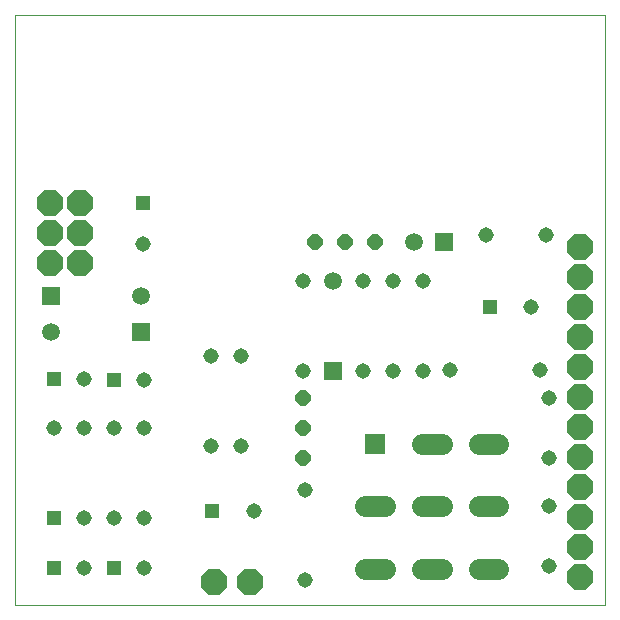
<source format=gts>
G75*
G70*
%OFA0B0*%
%FSLAX24Y24*%
%IPPOS*%
%LPD*%
%AMOC8*
5,1,8,0,0,1.08239X$1,22.5*
%
%ADD10C,0.0000*%
%ADD11C,0.0690*%
%ADD12R,0.0690X0.0690*%
%ADD13OC8,0.0890*%
%ADD14C,0.0594*%
%ADD15R,0.0594X0.0594*%
%ADD16C,0.0516*%
%ADD17R,0.0516X0.0516*%
%ADD18OC8,0.0516*%
D10*
X000148Y000683D02*
X000148Y020368D01*
X019833Y020368D01*
X019833Y000683D01*
X000148Y000683D01*
D11*
X011838Y001897D02*
X012488Y001897D01*
X013728Y001897D02*
X014378Y001897D01*
X015618Y001897D02*
X016267Y001897D01*
X016267Y003983D02*
X015618Y003983D01*
X014378Y003983D02*
X013728Y003983D01*
X012488Y003983D02*
X011838Y003983D01*
X013728Y006070D02*
X014378Y006070D01*
X015618Y006070D02*
X016267Y006070D01*
D12*
X012163Y006070D03*
D13*
X007985Y001441D03*
X006790Y001441D03*
X002319Y012103D03*
X001321Y012097D03*
X001317Y013099D03*
X001319Y014101D03*
X002318Y014103D03*
X002321Y013101D03*
X018989Y012623D03*
X018989Y011621D03*
X018989Y010622D03*
X018991Y009623D03*
X018990Y008623D03*
X018991Y007623D03*
X018991Y006625D03*
X018989Y005622D03*
X018991Y004623D03*
X018989Y003621D03*
X018990Y002624D03*
X018990Y001624D03*
D14*
X010748Y011483D03*
X013466Y012804D03*
X004348Y010983D03*
X001347Y009782D03*
D15*
X001348Y010983D03*
X004347Y009782D03*
X010748Y008483D03*
X014466Y012804D03*
D16*
X013748Y011483D03*
X012748Y011483D03*
X011748Y011483D03*
X009748Y011483D03*
X007687Y008986D03*
X006687Y008986D03*
X004460Y008200D03*
X004448Y006583D03*
X003448Y006583D03*
X002448Y006583D03*
X001448Y006583D03*
X002464Y008210D03*
X006687Y005986D03*
X007687Y005986D03*
X009820Y004539D03*
X008109Y003812D03*
X009820Y001539D03*
X004447Y001927D03*
X004448Y003583D03*
X003448Y003583D03*
X002448Y003583D03*
X002452Y001930D03*
X009748Y008483D03*
X011748Y008483D03*
X012748Y008483D03*
X013748Y008483D03*
X014646Y008523D03*
X017363Y010631D03*
X017646Y008523D03*
X017948Y007583D03*
X017948Y005583D03*
X017948Y003983D03*
X017948Y001983D03*
X017868Y013031D03*
X015868Y013031D03*
X004410Y012727D03*
D17*
X004410Y014105D03*
X003460Y008200D03*
X001464Y008210D03*
X001448Y003583D03*
X001452Y001930D03*
X003447Y001927D03*
X006731Y003812D03*
X015985Y010631D03*
D18*
X012148Y012783D03*
X011148Y012783D03*
X010148Y012783D03*
X009748Y007583D03*
X009748Y006583D03*
X009748Y005583D03*
M02*

</source>
